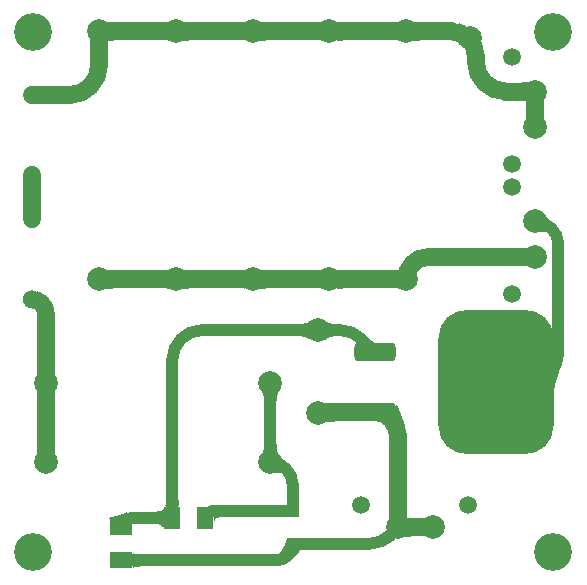
<source format=gtl>
G04*
G04 #@! TF.GenerationSoftware,Altium Limited,Altium Designer,22.11.1 (43)*
G04*
G04 Layer_Physical_Order=1*
G04 Layer_Color=255*
%FSLAX44Y44*%
%MOMM*%
G71*
G04*
G04 #@! TF.SameCoordinates,647DE173-6EC2-479C-8ABE-F2EAD9736DF7*
G04*
G04*
G04 #@! TF.FilePolarity,Positive*
G04*
G01*
G75*
G04:AMPARAMS|DCode=14|XSize=1.6mm|YSize=3.5mm|CornerRadius=0.4mm|HoleSize=0mm|Usage=FLASHONLY|Rotation=270.000|XOffset=0mm|YOffset=0mm|HoleType=Round|Shape=RoundedRectangle|*
%AMROUNDEDRECTD14*
21,1,1.6000,2.7000,0,0,270.0*
21,1,0.8000,3.5000,0,0,270.0*
1,1,0.8000,-1.3500,-0.4000*
1,1,0.8000,-1.3500,0.4000*
1,1,0.8000,1.3500,0.4000*
1,1,0.8000,1.3500,-0.4000*
%
%ADD14ROUNDEDRECTD14*%
G04:AMPARAMS|DCode=15|XSize=12.2mm|YSize=9.75mm|CornerRadius=2.4375mm|HoleSize=0mm|Usage=FLASHONLY|Rotation=270.000|XOffset=0mm|YOffset=0mm|HoleType=Round|Shape=RoundedRectangle|*
%AMROUNDEDRECTD15*
21,1,12.2000,4.8750,0,0,270.0*
21,1,7.3250,9.7500,0,0,270.0*
1,1,4.8750,-2.4375,-3.6625*
1,1,4.8750,-2.4375,3.6625*
1,1,4.8750,2.4375,3.6625*
1,1,4.8750,2.4375,-3.6625*
%
%ADD15ROUNDEDRECTD15*%
%ADD16C,2.0000*%
%ADD17R,1.9500X1.4000*%
%ADD18R,1.4000X1.9500*%
G04:AMPARAMS|DCode=19|XSize=1.1mm|YSize=1.1mm|CornerRadius=0.275mm|HoleSize=0mm|Usage=FLASHONLY|Rotation=270.000|XOffset=0mm|YOffset=0mm|HoleType=Round|Shape=RoundedRectangle|*
%AMROUNDEDRECTD19*
21,1,1.1000,0.5500,0,0,270.0*
21,1,0.5500,1.1000,0,0,270.0*
1,1,0.5500,-0.2750,-0.2750*
1,1,0.5500,-0.2750,0.2750*
1,1,0.5500,0.2750,0.2750*
1,1,0.5500,0.2750,-0.2750*
%
%ADD19ROUNDEDRECTD19*%
%ADD28C,1.5000*%
%ADD29C,1.0000*%
%ADD30C,1.5000*%
%ADD31C,3.2000*%
G36*
X352304Y478843D02*
X352697Y478771D01*
X353278Y478708D01*
X356150Y478568D01*
X362614Y478500D01*
Y463500D01*
X352100Y463076D01*
Y478924D01*
X352304Y478843D01*
D02*
G37*
G36*
X339900Y463076D02*
X339696Y463157D01*
X339303Y463229D01*
X338722Y463292D01*
X335850Y463432D01*
X329386Y463500D01*
Y478500D01*
X339900Y478924D01*
Y463076D01*
D02*
G37*
G36*
X287304Y478843D02*
X287697Y478771D01*
X288278Y478708D01*
X291150Y478568D01*
X297614Y478500D01*
Y463500D01*
X287100Y463076D01*
Y478924D01*
X287304Y478843D01*
D02*
G37*
G36*
X274900Y463076D02*
X274696Y463157D01*
X274303Y463229D01*
X273722Y463292D01*
X270850Y463432D01*
X264386Y463500D01*
Y478500D01*
X274900Y478924D01*
Y463076D01*
D02*
G37*
G36*
X222304Y478843D02*
X222697Y478771D01*
X223278Y478708D01*
X226150Y478568D01*
X232614Y478500D01*
Y463500D01*
X222100Y463076D01*
Y478924D01*
X222304Y478843D01*
D02*
G37*
G36*
X209900Y463076D02*
X209696Y463157D01*
X209303Y463229D01*
X208722Y463292D01*
X205850Y463432D01*
X199386Y463500D01*
Y478500D01*
X209900Y478924D01*
Y463076D01*
D02*
G37*
G36*
X157304Y478843D02*
X157697Y478771D01*
X158278Y478708D01*
X161150Y478568D01*
X167614Y478500D01*
Y463500D01*
X157100Y463076D01*
Y478924D01*
X157304Y478843D01*
D02*
G37*
G36*
X144900Y463076D02*
X144696Y463157D01*
X144303Y463229D01*
X143722Y463292D01*
X140850Y463432D01*
X134386Y463500D01*
Y478500D01*
X144900Y478924D01*
Y463076D01*
D02*
G37*
G36*
X397189Y474597D02*
X391572Y459618D01*
X391050Y460356D01*
X390476Y461016D01*
X389849Y461598D01*
X389170Y462103D01*
X388439Y462529D01*
X387656Y462879D01*
X386820Y463151D01*
X385933Y463345D01*
X384992Y463461D01*
X384000Y463500D01*
X391099Y477602D01*
X397189Y474597D01*
D02*
G37*
G36*
X92304Y478843D02*
X92697Y478771D01*
X93278Y478708D01*
X96150Y478568D01*
X102614Y478500D01*
Y463500D01*
X93679Y463140D01*
X93568Y460850D01*
X93500Y454386D01*
X78500D01*
X78076Y464900D01*
X92100D01*
Y478924D01*
X92304Y478843D01*
D02*
G37*
G36*
X448900Y413900D02*
X462924D01*
X462843Y413696D01*
X462771Y413303D01*
X462708Y412722D01*
X462568Y409850D01*
X462527Y405948D01*
X462924Y396100D01*
X447076D01*
X447157Y396304D01*
X447229Y396697D01*
X447292Y397278D01*
X447432Y400150D01*
X447473Y404052D01*
X447140Y412321D01*
X444850Y412432D01*
X438386Y412500D01*
Y427500D01*
X448900Y427924D01*
Y413900D01*
D02*
G37*
G36*
X464202Y313993D02*
X464352Y313878D01*
X468009Y311376D01*
X468904Y310777D01*
X466157Y300026D01*
X465640Y300527D01*
X465075Y300932D01*
X464461Y301243D01*
X463799Y301458D01*
X463089Y301578D01*
X462330Y301604D01*
X461522Y301534D01*
X460666Y301369D01*
X459762Y301109D01*
X458810Y300754D01*
X464144Y314047D01*
X464202Y313993D01*
D02*
G37*
G36*
X448900Y272076D02*
X448696Y272157D01*
X448303Y272229D01*
X447722Y272292D01*
X444850Y272432D01*
X438386Y272500D01*
Y287500D01*
X448900Y287924D01*
Y272076D01*
D02*
G37*
G36*
X339900Y253076D02*
X339696Y253157D01*
X339303Y253229D01*
X338722Y253292D01*
X335850Y253432D01*
X329386Y253500D01*
Y268500D01*
X339900Y268924D01*
Y253076D01*
D02*
G37*
G36*
X287304Y268843D02*
X287697Y268771D01*
X288278Y268708D01*
X291150Y268568D01*
X297614Y268500D01*
Y253500D01*
X287100Y253076D01*
Y268924D01*
X287304Y268843D01*
D02*
G37*
G36*
X274900Y253076D02*
X274696Y253157D01*
X274303Y253229D01*
X273722Y253292D01*
X270850Y253432D01*
X264386Y253500D01*
Y268500D01*
X274900Y268924D01*
Y253076D01*
D02*
G37*
G36*
X222304Y268843D02*
X222697Y268771D01*
X223278Y268708D01*
X226150Y268568D01*
X232614Y268500D01*
Y253500D01*
X222100Y253076D01*
Y268924D01*
X222304Y268843D01*
D02*
G37*
G36*
X209900Y253076D02*
X209696Y253157D01*
X209303Y253229D01*
X208722Y253292D01*
X205850Y253432D01*
X199386Y253500D01*
Y268500D01*
X209900Y268924D01*
Y253076D01*
D02*
G37*
G36*
X157304Y268843D02*
X157697Y268771D01*
X158278Y268708D01*
X161150Y268568D01*
X167614Y268500D01*
Y253500D01*
X157100Y253076D01*
Y268924D01*
X157304Y268843D01*
D02*
G37*
G36*
X144900Y253076D02*
X144696Y253157D01*
X144303Y253229D01*
X143722Y253292D01*
X140850Y253432D01*
X134386Y253500D01*
Y268500D01*
X144900Y268924D01*
Y253076D01*
D02*
G37*
G36*
X92304Y268843D02*
X92697Y268771D01*
X93278Y268708D01*
X96150Y268568D01*
X102614Y268500D01*
Y253500D01*
X92100Y253076D01*
Y268924D01*
X92304Y268843D01*
D02*
G37*
G36*
X264900Y210076D02*
X264091Y210632D01*
X263182Y211129D01*
X262174Y211567D01*
X261067Y211947D01*
X259861Y212269D01*
X258555Y212532D01*
X257150Y212737D01*
X254042Y212971D01*
X252340Y213000D01*
Y223000D01*
X254042Y223029D01*
X257150Y223263D01*
X258555Y223468D01*
X259861Y223731D01*
X261067Y224053D01*
X262174Y224433D01*
X263182Y224871D01*
X264091Y225368D01*
X264900Y225924D01*
Y210076D01*
D02*
G37*
G36*
X277882Y225395D02*
X278804Y224892D01*
X279823Y224449D01*
X280938Y224065D01*
X282150Y223739D01*
X283459Y223473D01*
X284864Y223266D01*
X287965Y223030D01*
X289660Y223000D01*
Y213000D01*
X287965Y212970D01*
X284864Y212734D01*
X283459Y212527D01*
X282150Y212261D01*
X280938Y211936D01*
X279823Y211551D01*
X278804Y211108D01*
X277882Y210605D01*
X277057Y210043D01*
Y225957D01*
X277882Y225395D01*
D02*
G37*
G36*
X312893Y212820D02*
X317641Y207442D01*
X317560Y207373D01*
X305032Y207278D01*
X304896Y207275D01*
X304793Y207264D01*
X311625Y214096D01*
X312893Y212820D01*
D02*
G37*
G36*
X304554Y207025D02*
X304514Y207072D01*
X304494Y207115D01*
X304493Y207152D01*
X304511Y207185D01*
X304549Y207212D01*
X304607Y207235D01*
X304684Y207253D01*
X304793Y207264D01*
X304554Y207025D01*
D02*
G37*
G36*
X470698Y193983D02*
X469623Y195495D01*
X469826Y196124D01*
X470008Y196967D01*
X470675Y208852D01*
X470684Y211405D01*
X470698Y193983D01*
D02*
G37*
G36*
X48924Y179100D02*
X33076D01*
X33157Y179304D01*
X33229Y179697D01*
X33292Y180278D01*
X33432Y183150D01*
X33500Y189614D01*
X48500D01*
X48924Y179100D01*
D02*
G37*
G36*
X476675Y185576D02*
X475543Y182700D01*
X472864Y174385D01*
X472209Y171719D01*
X471259Y166545D01*
X470962Y164037D01*
X470727Y159179D01*
X470698Y193983D01*
X476675Y185576D01*
D02*
G37*
G36*
X48843Y166696D02*
X48771Y166303D01*
X48708Y165722D01*
X48568Y162850D01*
X48500Y156386D01*
X33500D01*
X33076Y166900D01*
X48924D01*
X48843Y166696D01*
D02*
G37*
G36*
X238368Y166091D02*
X237871Y165182D01*
X237433Y164174D01*
X237053Y163067D01*
X236731Y161861D01*
X236468Y160555D01*
X236263Y159150D01*
X236029Y156042D01*
X236000Y154340D01*
X226000D01*
X225971Y156042D01*
X225737Y159150D01*
X225532Y160555D01*
X225269Y161861D01*
X224947Y163067D01*
X224567Y164174D01*
X224129Y165182D01*
X223631Y166091D01*
X223076Y166900D01*
X238924D01*
X238368Y166091D01*
D02*
G37*
G36*
X293238Y141100D02*
X277680Y140558D01*
X277315Y155754D01*
X291864Y156100D01*
X293238Y141100D01*
D02*
G37*
G36*
X338088Y154422D02*
X338839Y153239D01*
X339756Y151401D01*
X340840Y148907D01*
X345093Y137494D01*
X331479Y129566D01*
X330436Y132374D01*
X328357Y136855D01*
X327321Y138528D01*
X326286Y139823D01*
X325254Y140740D01*
X324224Y141279D01*
X323196Y141439D01*
X322171Y141222D01*
X321147Y140627D01*
X336754Y152600D01*
X336837Y154038D01*
X337087Y154822D01*
X337504Y154949D01*
X338088Y154422D01*
D02*
G37*
G36*
X236029Y122957D02*
X236263Y119850D01*
X236468Y118445D01*
X236731Y117139D01*
X237053Y115933D01*
X237433Y114826D01*
X237871Y113818D01*
X238368Y112909D01*
X238924Y112100D01*
X223076D01*
X223631Y112909D01*
X224129Y113818D01*
X224567Y114826D01*
X224947Y115933D01*
X225269Y117139D01*
X225532Y118445D01*
X225737Y119850D01*
X225971Y122957D01*
X226000Y124660D01*
X236000D01*
X236029Y122957D01*
D02*
G37*
G36*
X48924Y112100D02*
X33076D01*
X33157Y112304D01*
X33229Y112697D01*
X33292Y113278D01*
X33432Y116150D01*
X33500Y122614D01*
X48500D01*
X48924Y112100D01*
D02*
G37*
G36*
X244881Y106579D02*
X241919Y95762D01*
X241430Y96291D01*
X240888Y96724D01*
X240294Y97060D01*
X239649Y97299D01*
X238951Y97442D01*
X238201Y97487D01*
X237400Y97437D01*
X236546Y97289D01*
X235641Y97044D01*
X234683Y96703D01*
X240248Y109805D01*
X244881Y106579D01*
D02*
G37*
G36*
X153020Y76820D02*
X153315Y72319D01*
X153492Y71220D01*
X153709Y70319D01*
X153965Y69619D01*
X154261Y69120D01*
X154595Y68819D01*
X154970Y68720D01*
X141031D01*
X141405Y68819D01*
X141740Y69120D01*
X142035Y69619D01*
X142291Y70319D01*
X142508Y71220D01*
X142685Y72319D01*
X142823Y73619D01*
X142980Y76820D01*
X143000Y78720D01*
X153000D01*
X153020Y76820D01*
D02*
G37*
G36*
X255126Y69092D02*
X245879D01*
Y59844D01*
X245748Y59868D01*
X245420Y59890D01*
X239321Y59965D01*
X235715Y59970D01*
Y69970D01*
X244926Y70084D01*
X244995Y75648D01*
X245000Y79255D01*
X255000D01*
X255126Y69092D01*
D02*
G37*
G36*
X192969Y59970D02*
X191066Y59920D01*
X189362Y59770D01*
X187859Y59520D01*
X186555Y59170D01*
X185452Y58720D01*
X184549Y58170D01*
X183846Y57520D01*
X183344Y56770D01*
X183041Y55920D01*
X182939Y54970D01*
X182969Y68720D01*
X183069Y68957D01*
X183370Y69170D01*
X183869Y69357D01*
X184569Y69520D01*
X185469Y69657D01*
X187869Y69858D01*
X192969Y69970D01*
Y59970D01*
D02*
G37*
G36*
X111750Y57969D02*
X114719D01*
X114702Y57297D01*
X114651Y56685D01*
X114565Y56135D01*
X114444Y55646D01*
X114290Y55218D01*
X114101Y54852D01*
X113877Y54547D01*
X113619Y54303D01*
X113327Y54121D01*
X113000Y54000D01*
X111750Y57969D01*
X95281D01*
X94180Y58026D01*
X93650Y58196D01*
X93691Y58480D01*
X94303Y58877D01*
X95486Y59387D01*
X97240Y60011D01*
X105926Y62563D01*
X109964Y63640D01*
X111750Y57969D01*
D02*
G37*
G36*
X141031Y49281D02*
X140931Y50177D01*
X140631Y50979D01*
X140131Y51687D01*
X139431Y52301D01*
X138531Y52820D01*
X137430Y53245D01*
X136131Y53575D01*
X134630Y53811D01*
X132930Y53953D01*
X131031Y54000D01*
Y64000D01*
X132930Y64047D01*
X134630Y64189D01*
X136131Y64425D01*
X137430Y64755D01*
X138531Y65180D01*
X139431Y65699D01*
X140131Y66313D01*
X140631Y67021D01*
X140931Y67823D01*
X141031Y68720D01*
Y49281D01*
D02*
G37*
G36*
X339840Y43705D02*
X339552Y43649D01*
X339240Y43544D01*
X338902Y43390D01*
X338540Y43187D01*
X338153Y42934D01*
X337742Y42633D01*
X336844Y41882D01*
X336737Y41780D01*
X337195Y41322D01*
X328508Y35527D01*
X323851Y44377D01*
X324926Y44964D01*
X326713Y46080D01*
X327425Y46608D01*
X328017Y47117D01*
X328488Y47606D01*
X328782Y48000D01*
X328776Y48005D01*
X328815Y48044D01*
X328837Y48075D01*
X329067Y48524D01*
X329175Y48954D01*
X329162Y49364D01*
X329616Y48909D01*
X330475Y49899D01*
X330777Y50311D01*
X331029Y50698D01*
X331233Y51060D01*
X331387Y51397D01*
X331492Y51710D01*
X331547Y51997D01*
X339840Y43705D01*
D02*
G37*
G36*
X346860Y58837D02*
X349150Y58725D01*
X353052Y58684D01*
X362900Y59082D01*
Y43233D01*
X362696Y43314D01*
X362303Y43386D01*
X361722Y43450D01*
X358850Y43590D01*
X354948Y43631D01*
X345100Y43233D01*
Y57257D01*
X331076D01*
X331157Y57462D01*
X331229Y57854D01*
X331292Y58435D01*
X331432Y61307D01*
X331500Y67772D01*
X346500D01*
X346860Y58837D01*
D02*
G37*
G36*
X254253Y42132D02*
X254580Y42110D01*
X260679Y42035D01*
X264285Y42030D01*
Y32030D01*
X255907Y31927D01*
X255897Y31613D01*
X255578Y30903D01*
X254953Y29938D01*
X254022Y28718D01*
X251245Y25513D01*
X249398Y23528D01*
X237205Y28081D01*
X238484Y29478D01*
X240681Y32167D01*
X241601Y33460D01*
X243080Y35942D01*
X243640Y37131D01*
X244080Y38285D01*
X244400Y39405D01*
X244601Y40490D01*
X254121Y31904D01*
Y42155D01*
X254253Y42132D01*
D02*
G37*
G36*
X114819Y29595D02*
X115119Y29260D01*
X115619Y28965D01*
X116320Y28709D01*
X117219Y28492D01*
X118320Y28315D01*
X119620Y28177D01*
X122819Y28020D01*
X124719Y28000D01*
Y18000D01*
X122819Y17980D01*
X118320Y17685D01*
X117219Y17508D01*
X116320Y17291D01*
X115619Y17035D01*
X115119Y16739D01*
X114819Y16405D01*
X114719Y16030D01*
Y29969D01*
X114819Y29595D01*
D02*
G37*
D14*
X319250Y199400D02*
D03*
Y148600D02*
D03*
D15*
X422000Y174000D02*
D03*
D16*
X271000Y218000D02*
D03*
Y148000D02*
D03*
X400000Y465000D02*
D03*
X231000Y173000D02*
D03*
X41000D02*
D03*
X346000Y471000D02*
D03*
Y261000D02*
D03*
X455000Y390000D02*
D03*
Y420000D02*
D03*
Y280000D02*
D03*
Y310000D02*
D03*
X339000Y51157D02*
D03*
X369000D02*
D03*
X41000Y106000D02*
D03*
X231000D02*
D03*
X281000Y471000D02*
D03*
Y261000D02*
D03*
X151000D02*
D03*
Y471000D02*
D03*
X216000Y261000D02*
D03*
Y471000D02*
D03*
X86000Y261000D02*
D03*
Y471000D02*
D03*
D17*
X105000Y23000D02*
D03*
Y51000D02*
D03*
D18*
X148000Y59000D02*
D03*
X176000D02*
D03*
D19*
X250000Y37030D02*
D03*
Y64970D02*
D03*
D28*
X405000Y445400D02*
G03*
X430400Y420000I25400J0D01*
G01*
X405000Y450000D02*
G03*
X384000Y471000I-21000J0D01*
G01*
X60600Y417000D02*
G03*
X86000Y442400I0J25400D01*
G01*
X365000Y280000D02*
G03*
X346000Y261000I0J-19000D01*
G01*
X41000Y232000D02*
G03*
X29000Y244000I-12000J0D01*
G01*
X339000Y128850D02*
G03*
X319250Y148600I-19750J0D01*
G01*
X271600D02*
G03*
X271000Y148000I0J-600D01*
G01*
X405000Y445400D02*
Y450000D01*
X346000Y471000D02*
X384000D01*
X430400Y420000D02*
X455000D01*
X29000Y417000D02*
X60600D01*
X281000Y471000D02*
X346000D01*
X455000Y390000D02*
Y420000D01*
X365000Y280000D02*
X455000D01*
X281000Y261000D02*
X346000D01*
X422036Y174251D02*
X452798Y205014D01*
X41000Y173000D02*
Y232000D01*
X29000Y312000D02*
Y349000D01*
X271600Y148600D02*
X319250D01*
X339000Y51157D02*
Y128850D01*
X216000Y261000D02*
X281000D01*
X151000D02*
X216000D01*
X86000D02*
X151000D01*
X339000Y51157D02*
X369000D01*
X41000Y106000D02*
Y173000D01*
X86000Y442400D02*
Y471000D01*
X216000D02*
X281000D01*
X151000D02*
X216000D01*
X86000D02*
X151000D01*
D29*
X449600Y174000D02*
G03*
X475000Y199400I0J25400D01*
G01*
Y290000D02*
G03*
X455000Y310000I-20000J0D01*
G01*
X308090Y210560D02*
G03*
X290129Y218000I-17960J-17960D01*
G01*
X173400D02*
G03*
X148000Y192600I0J-25400D01*
G01*
X181970Y64970D02*
G03*
X176000Y59000I0J-5970D01*
G01*
X236000Y23000D02*
G03*
X250000Y37000I0J14000D01*
G01*
X113000Y59000D02*
G03*
X105000Y51000I0J-8000D01*
G01*
X314351Y37030D02*
G03*
X332312Y44469I0J25400D01*
G01*
X250000Y87000D02*
G03*
X231000Y106000I-19000J0D01*
G01*
X422000Y174000D02*
X449600D01*
X475000Y199400D02*
Y290000D01*
X308090Y210560D02*
X319250Y199400D01*
X173400Y218000D02*
X271000D01*
X290129D01*
X113000Y59000D02*
X148000D01*
Y192600D01*
X250000Y64970D02*
Y87000D01*
X181970Y64970D02*
X250000D01*
Y37030D02*
X314351D01*
X105000Y23000D02*
X236000D01*
X332312Y44469D02*
X339000Y51157D01*
X309750Y199400D02*
X319250D01*
X231000Y106000D02*
Y173000D01*
X250000Y37000D02*
Y37030D01*
D30*
X29000Y312000D02*
D03*
Y244000D02*
D03*
Y417000D02*
D03*
Y349000D02*
D03*
X436000Y358500D02*
D03*
X436000Y449500D02*
D03*
X436000Y248500D02*
D03*
X436000Y339500D02*
D03*
X307500Y70158D02*
D03*
X398500Y70157D02*
D03*
D31*
X30000Y30000D02*
D03*
Y470000D02*
D03*
X470000D02*
D03*
Y30000D02*
D03*
M02*

</source>
